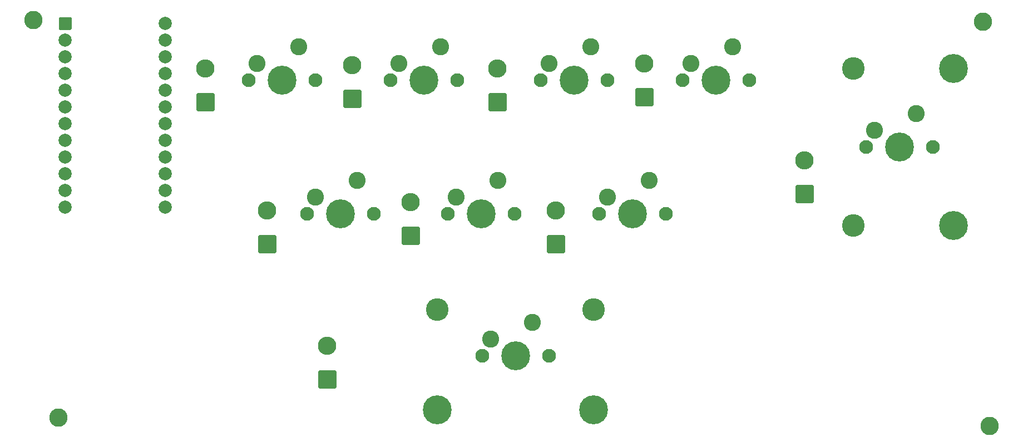
<source format=gbs>
G04 #@! TF.GenerationSoftware,KiCad,Pcbnew,5.1.7-a382d34a8~87~ubuntu20.04.1*
G04 #@! TF.CreationDate,2021-01-04T03:10:59+05:30*
G04 #@! TF.ProjectId,ai03-pcb-guide,61693033-2d70-4636-922d-67756964652e,rev?*
G04 #@! TF.SameCoordinates,Original*
G04 #@! TF.FileFunction,Soldermask,Bot*
G04 #@! TF.FilePolarity,Negative*
%FSLAX46Y46*%
G04 Gerber Fmt 4.6, Leading zero omitted, Abs format (unit mm)*
G04 Created by KiCad (PCBNEW 5.1.7-a382d34a8~87~ubuntu20.04.1) date 2021-01-04 03:10:59*
%MOMM*%
%LPD*%
G01*
G04 APERTURE LIST*
%ADD10C,2.800000*%
%ADD11C,2.000000*%
%ADD12O,2.800000X2.800000*%
%ADD13C,3.450000*%
%ADD14C,4.400000*%
%ADD15C,2.100000*%
%ADD16C,2.600000*%
G04 APERTURE END LIST*
D10*
X190563500Y-64798000D03*
X191579500Y-126266000D03*
X49847500Y-124996000D03*
X46037500Y-64544000D03*
D11*
X66103500Y-65052000D03*
X66103500Y-67592000D03*
X66103500Y-70132000D03*
X66103500Y-72672000D03*
X66103500Y-75212000D03*
X66103500Y-77752000D03*
X66103500Y-80292000D03*
X66103500Y-82832000D03*
X66103500Y-85372000D03*
X66103500Y-87912000D03*
X66103500Y-90452000D03*
X66103500Y-92992000D03*
X50863500Y-92992000D03*
X50863500Y-90452000D03*
X50863500Y-87912000D03*
X50863500Y-85372000D03*
X50863500Y-82832000D03*
X50863500Y-80292000D03*
X50863500Y-77752000D03*
X50863500Y-75212000D03*
X50863500Y-72672000D03*
X50863500Y-70132000D03*
X50863500Y-67592000D03*
G36*
G01*
X50063500Y-64052000D02*
X51663500Y-64052000D01*
G75*
G02*
X51863500Y-64252000I0J-200000D01*
G01*
X51863500Y-65852000D01*
G75*
G02*
X51663500Y-66052000I-200000J0D01*
G01*
X50063500Y-66052000D01*
G75*
G02*
X49863500Y-65852000I0J200000D01*
G01*
X49863500Y-64252000D01*
G75*
G02*
X50063500Y-64052000I200000J0D01*
G01*
G37*
D12*
X139002000Y-71148000D03*
G36*
G01*
X140202000Y-77628000D02*
X137802000Y-77628000D01*
G75*
G02*
X137602000Y-77428000I0J200000D01*
G01*
X137602000Y-75028000D01*
G75*
G02*
X137802000Y-74828000I200000J0D01*
G01*
X140202000Y-74828000D01*
G75*
G02*
X140402000Y-75028000I0J-200000D01*
G01*
X140402000Y-77428000D01*
G75*
G02*
X140202000Y-77628000I-200000J0D01*
G01*
G37*
X163386000Y-85880000D03*
G36*
G01*
X164586000Y-92360000D02*
X162186000Y-92360000D01*
G75*
G02*
X161986000Y-92160000I0J200000D01*
G01*
X161986000Y-89760000D01*
G75*
G02*
X162186000Y-89560000I200000J0D01*
G01*
X164586000Y-89560000D01*
G75*
G02*
X164786000Y-89760000I0J-200000D01*
G01*
X164786000Y-92160000D01*
G75*
G02*
X164586000Y-92360000I-200000J0D01*
G01*
G37*
X116650000Y-71910000D03*
G36*
G01*
X117850000Y-78390000D02*
X115450000Y-78390000D01*
G75*
G02*
X115250000Y-78190000I0J200000D01*
G01*
X115250000Y-75790000D01*
G75*
G02*
X115450000Y-75590000I200000J0D01*
G01*
X117850000Y-75590000D01*
G75*
G02*
X118050000Y-75790000I0J-200000D01*
G01*
X118050000Y-78190000D01*
G75*
G02*
X117850000Y-78390000I-200000J0D01*
G01*
G37*
X125540000Y-93500000D03*
G36*
G01*
X126740000Y-99980000D02*
X124340000Y-99980000D01*
G75*
G02*
X124140000Y-99780000I0J200000D01*
G01*
X124140000Y-97380000D01*
G75*
G02*
X124340000Y-97180000I200000J0D01*
G01*
X126740000Y-97180000D01*
G75*
G02*
X126940000Y-97380000I0J-200000D01*
G01*
X126940000Y-99780000D01*
G75*
G02*
X126740000Y-99980000I-200000J0D01*
G01*
G37*
X103442000Y-92230000D03*
G36*
G01*
X104642000Y-98710000D02*
X102242000Y-98710000D01*
G75*
G02*
X102042000Y-98510000I0J200000D01*
G01*
X102042000Y-96110000D01*
G75*
G02*
X102242000Y-95910000I200000J0D01*
G01*
X104642000Y-95910000D01*
G75*
G02*
X104842000Y-96110000I0J-200000D01*
G01*
X104842000Y-98510000D01*
G75*
G02*
X104642000Y-98710000I-200000J0D01*
G01*
G37*
X94551500Y-71402000D03*
G36*
G01*
X95751500Y-77882000D02*
X93351500Y-77882000D01*
G75*
G02*
X93151500Y-77682000I0J200000D01*
G01*
X93151500Y-75282000D01*
G75*
G02*
X93351500Y-75082000I200000J0D01*
G01*
X95751500Y-75082000D01*
G75*
G02*
X95951500Y-75282000I0J-200000D01*
G01*
X95951500Y-77682000D01*
G75*
G02*
X95751500Y-77882000I-200000J0D01*
G01*
G37*
X90741500Y-114074000D03*
G36*
G01*
X91941500Y-120554000D02*
X89541500Y-120554000D01*
G75*
G02*
X89341500Y-120354000I0J200000D01*
G01*
X89341500Y-117954000D01*
G75*
G02*
X89541500Y-117754000I200000J0D01*
G01*
X91941500Y-117754000D01*
G75*
G02*
X92141500Y-117954000I0J-200000D01*
G01*
X92141500Y-120354000D01*
G75*
G02*
X91941500Y-120554000I-200000J0D01*
G01*
G37*
X81597500Y-93500000D03*
G36*
G01*
X82797500Y-99980000D02*
X80397500Y-99980000D01*
G75*
G02*
X80197500Y-99780000I0J200000D01*
G01*
X80197500Y-97380000D01*
G75*
G02*
X80397500Y-97180000I200000J0D01*
G01*
X82797500Y-97180000D01*
G75*
G02*
X82997500Y-97380000I0J-200000D01*
G01*
X82997500Y-99780000D01*
G75*
G02*
X82797500Y-99980000I-200000J0D01*
G01*
G37*
X72199500Y-71910000D03*
G36*
G01*
X73399500Y-78390000D02*
X70999500Y-78390000D01*
G75*
G02*
X70799500Y-78190000I0J200000D01*
G01*
X70799500Y-75790000D01*
G75*
G02*
X70999500Y-75590000I200000J0D01*
G01*
X73399500Y-75590000D01*
G75*
G02*
X73599500Y-75790000I0J-200000D01*
G01*
X73599500Y-78190000D01*
G75*
G02*
X73399500Y-78390000I-200000J0D01*
G01*
G37*
D13*
X131280000Y-108570000D03*
X107480000Y-108570000D03*
D14*
X107480000Y-123810000D03*
X131280000Y-123810000D03*
D15*
X124460000Y-115570000D03*
X114300000Y-115570000D03*
D14*
X119380000Y-115570000D03*
D16*
X115570000Y-113030000D03*
X121920000Y-110490000D03*
D15*
X119260000Y-93980000D03*
X109100000Y-93980000D03*
D14*
X114180000Y-93980000D03*
D16*
X110370000Y-91440000D03*
X116720000Y-88900000D03*
D15*
X97790000Y-93980000D03*
X87630000Y-93980000D03*
D14*
X92710000Y-93980000D03*
D16*
X88900000Y-91440000D03*
X95250000Y-88900000D03*
D13*
X170800000Y-71920000D03*
X170800000Y-95720000D03*
D14*
X186040000Y-95720000D03*
X186040000Y-71920000D03*
D15*
X182880000Y-83820000D03*
X172720000Y-83820000D03*
D14*
X177800000Y-83820000D03*
D16*
X173990000Y-81280000D03*
X180340000Y-78740000D03*
D15*
X133350000Y-73660000D03*
X123190000Y-73660000D03*
D14*
X128270000Y-73660000D03*
D16*
X124460000Y-71120000D03*
X130810000Y-68580000D03*
D15*
X142240000Y-93980000D03*
X132080000Y-93980000D03*
D14*
X137160000Y-93980000D03*
D16*
X133350000Y-91440000D03*
X139700000Y-88900000D03*
D15*
X110490000Y-73660000D03*
X100330000Y-73660000D03*
D14*
X105410000Y-73660000D03*
D16*
X101600000Y-71120000D03*
X107950000Y-68580000D03*
D15*
X154940000Y-73660000D03*
X144780000Y-73660000D03*
D14*
X149860000Y-73660000D03*
D16*
X146050000Y-71120000D03*
X152400000Y-68580000D03*
D15*
X88900000Y-73660000D03*
X78740000Y-73660000D03*
D14*
X83820000Y-73660000D03*
D16*
X80010000Y-71120000D03*
X86360000Y-68580000D03*
M02*

</source>
